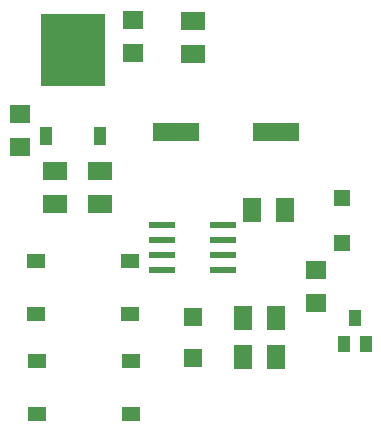
<source format=gbr>
G04 EAGLE Gerber RS-274X export*
G75*
%MOMM*%
%FSLAX34Y34*%
%LPD*%
%INSolderpaste Top*%
%IPPOS*%
%AMOC8*
5,1,8,0,0,1.08239X$1,22.5*%
G01*
%ADD10R,1.800000X1.600000*%
%ADD11R,3.900000X1.600000*%
%ADD12R,1.400000X1.400000*%
%ADD13R,5.400000X6.200000*%
%ADD14R,1.000000X1.600000*%
%ADD15R,2.200000X0.600000*%
%ADD16R,1.500000X1.500000*%
%ADD17R,2.000000X1.600000*%
%ADD18R,1.600000X2.000000*%
%ADD19R,1.550000X1.300000*%
%ADD20R,1.000000X1.400000*%


D10*
X73660Y260828D03*
X73660Y288828D03*
X169418Y340076D03*
X169418Y368076D03*
X324104Y156494D03*
X324104Y128494D03*
D11*
X205658Y273304D03*
X290658Y273304D03*
D12*
X346742Y217184D03*
X346742Y179184D03*
D13*
X118872Y342754D03*
D14*
X96072Y269754D03*
X141672Y269754D03*
D15*
X193964Y181864D03*
X245964Y181864D03*
X193964Y194564D03*
X193964Y169164D03*
X193964Y156464D03*
X245964Y194564D03*
X245964Y169164D03*
X245964Y156464D03*
D16*
X220726Y81814D03*
X220726Y116814D03*
D17*
X141478Y211806D03*
X141478Y239806D03*
X103124Y212060D03*
X103124Y240060D03*
D18*
X270226Y207010D03*
X298226Y207010D03*
D17*
X220726Y367314D03*
X220726Y339314D03*
D18*
X290606Y82296D03*
X262606Y82296D03*
X262606Y115570D03*
X290606Y115570D03*
D19*
X167258Y118724D03*
X87758Y118724D03*
X167258Y163724D03*
X87758Y163724D03*
X167512Y34396D03*
X88012Y34396D03*
X167512Y79396D03*
X88012Y79396D03*
D20*
X357632Y115648D03*
X367132Y93648D03*
X348132Y93648D03*
M02*

</source>
